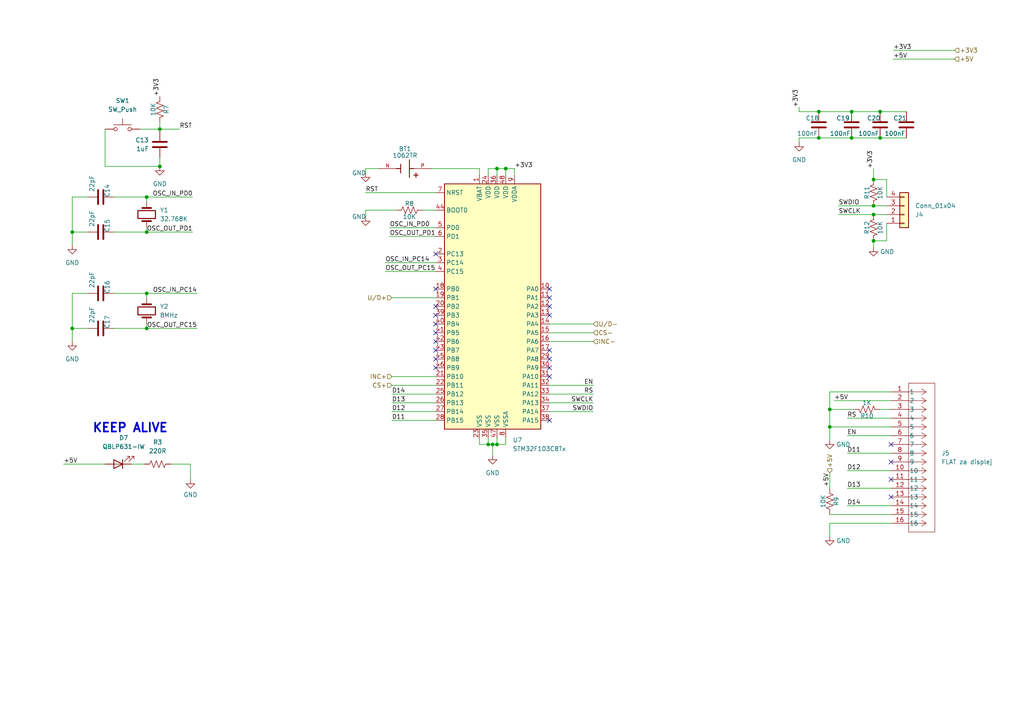
<source format=kicad_sch>
(kicad_sch (version 20250114) (generator "eeschema") (generator_version "9.0")
  (paper "A4")
  (title_block (title "Dvostrano napajanje sa potenciometrom X9C103S") (date "2025-06-25") (rev "1.0") (comment 2 "Nikola Ilić i Mihajlo Ristić"))
  (lib_symbols
    (symbol "1062TR:1062TR" (pin_names (offset 1.016))
      (property "Reference" "BT" (at -3.81 3.81 0))
      (property "Value" "1062TR" (at -3.81 -5.08 0))
      (symbol "1062TR_0_0"
        (polyline (pts (xy -3.81 1.905) (xy -2.54 1.905)) (stroke (width 0.254)))
        (polyline (pts (xy -3.175 2.54) (xy -3.175 1.27)) (stroke (width 0.254)))
        (polyline (pts (xy -1.27 2.54) (xy -1.27 0)) (stroke (width 0.254)))
        (polyline (pts (xy -1.27 0) (xy -2.54 0)) (stroke (width 0.254)))
        (polyline (pts (xy -1.27 0) (xy -1.27 -2.54)) (stroke (width 0.254)))
        (polyline (pts (xy 1.27 1.27) (xy 1.27 0)) (stroke (width 0.254)))
        (polyline (pts (xy 1.27 0) (xy 1.27 -1.27)) (stroke (width 0.254)))
        (polyline (pts (xy 1.27 0) (xy 2.54 0)) (stroke (width 0.254)))
        (pin passive line (at -7.62 0 0) (length 5.08) (name "~") (number "P"))
        (pin passive line (at 7.62 0 180) (length 5.08) (name "~") (number "N"))
      )
    )
    (symbol "2025-07-21_15-39-02:XG4A-1631" (pin_names (offset 0.254))
      (property "Reference" "J" (at 8.89 6.35 0))
      (property "Value" "XG4A-1631" (at 0 0 0))
      (symbol "XG4A-1631_0_1"
        (polyline (pts (xy 5.08 2.54) (xy 5.08 -40.64)) (stroke (width 0.127)))
        (polyline (pts (xy 5.08 -40.64) (xy 12.7 -40.64)) (stroke (width 0.127)))
        (polyline (pts (xy 10.16 0) (xy 5.08 0)) (stroke (width 0.127)))
        (polyline (pts (xy 10.16 0) (xy 8.89 0.8467)) (stroke (width 0.127)))
        (polyline (pts (xy 10.16 0) (xy 8.89 -0.8467)) (stroke (width 0.127)))
        (polyline (pts (xy 10.16 -2.54) (xy 5.08 -2.54)) (stroke (width 0.127)))
        (polyline (pts (xy 10.16 -2.54) (xy 8.89 -1.6933)) (stroke (width 0.127)))
        (polyline (pts (xy 10.16 -2.54) (xy 8.89 -3.3867)) (stroke (width 0.127)))
        (polyline (pts (xy 10.16 -5.08) (xy 5.08 -5.08)) (stroke (width 0.127)))
        (polyline (pts (xy 10.16 -5.08) (xy 8.89 -4.2333)) (stroke (width 0.127)))
        (polyline (pts (xy 10.16 -5.08) (xy 8.89 -5.9267)) (stroke (width 0.127)))
        (polyline (pts (xy 10.16 -7.62) (xy 5.08 -7.62)) (stroke (width 0.127)))
        (polyline (pts (xy 10.16 -7.62) (xy 8.89 -6.7733)) (stroke (width 0.127)))
        (polyline (pts (xy 10.16 -7.62) (xy 8.89 -8.4667)) (stroke (width 0.127)))
        (polyline (pts (xy 10.16 -10.16) (xy 5.08 -10.16)) (stroke (width 0.127)))
        (polyline (pts (xy 10.16 -10.16) (xy 8.89 -9.3133)) (stroke (width 0.127)))
        (polyline (pts (xy 10.16 -10.16) (xy 8.89 -11.0067)) (stroke (width 0.127)))
        (polyline (pts (xy 10.16 -12.7) (xy 5.08 -12.7)) (stroke (width 0.127)))
        (polyline (pts (xy 10.16 -12.7) (xy 8.89 -11.8533)) (stroke (width 0.127)))
        (polyline (pts (xy 10.16 -12.7) (xy 8.89 -13.5467)) (stroke (width 0.127)))
        (polyline (pts (xy 10.16 -15.24) (xy 5.08 -15.24)) (stroke (width 0.127)))
        (polyline (pts (xy 10.16 -15.24) (xy 8.89 -14.3933)) (stroke (width 0.127)))
        (polyline (pts (xy 10.16 -15.24) (xy 8.89 -16.0867)) (stroke (width 0.127)))
        (polyline (pts (xy 10.16 -17.78) (xy 5.08 -17.78)) (stroke (width 0.127)))
        (polyline (pts (xy 10.16 -17.78) (xy 8.89 -16.9333)) (stroke (width 0.127)))
        (polyline (pts (xy 10.16 -17.78) (xy 8.89 -18.6267)) (stroke (width 0.127)))
        (polyline (pts (xy 10.16 -20.32) (xy 5.08 -20.32)) (stroke (width 0.127)))
        (polyline (pts (xy 10.16 -20.32) (xy 8.89 -19.4733)) (stroke (width 0.127)))
        (polyline (pts (xy 10.16 -20.32) (xy 8.89 -21.1667)) (stroke (width 0.127)))
        (polyline (pts (xy 10.16 -22.86) (xy 5.08 -22.86)) (stroke (width 0.127)))
        (polyline (pts (xy 10.16 -22.86) (xy 8.89 -22.0133)) (stroke (width 0.127)))
        (polyline (pts (xy 10.16 -22.86) (xy 8.89 -23.7067)) (stroke (width 0.127)))
        (polyline (pts (xy 10.16 -25.4) (xy 5.08 -25.4)) (stroke (width 0.127)))
        (polyline (pts (xy 10.16 -25.4) (xy 8.89 -24.5533)) (stroke (width 0.127)))
        (polyline (pts (xy 10.16 -25.4) (xy 8.89 -26.2467)) (stroke (width 0.127)))
        (polyline (pts (xy 10.16 -27.94) (xy 5.08 -27.94)) (stroke (width 0.127)))
        (polyline (pts (xy 10.16 -27.94) (xy 8.89 -27.0933)) (stroke (width 0.127)))
        (polyline (pts (xy 10.16 -27.94) (xy 8.89 -28.7867)) (stroke (width 0.127)))
        (polyline (pts (xy 10.16 -30.48) (xy 5.08 -30.48)) (stroke (width 0.127)))
        (polyline (pts (xy 10.16 -30.48) (xy 8.89 -29.6333)) (stroke (width 0.127)))
        (polyline (pts (xy 10.16 -30.48) (xy 8.89 -31.3267)) (stroke (width 0.127)))
        (polyline (pts (xy 10.16 -33.02) (xy 5.08 -33.02)) (stroke (width 0.127)))
        (polyline (pts (xy 10.16 -33.02) (xy 8.89 -32.1733)) (stroke (width 0.127)))
        (polyline (pts (xy 10.16 -33.02) (xy 8.89 -33.8667)) (stroke (width 0.127)))
        (polyline (pts (xy 10.16 -35.56) (xy 5.08 -35.56)) (stroke (width 0.127)))
        (polyline (pts (xy 10.16 -35.56) (xy 8.89 -34.7133)) (stroke (width 0.127)))
        (polyline (pts (xy 10.16 -35.56) (xy 8.89 -36.4067)) (stroke (width 0.127)))
        (polyline (pts (xy 10.16 -38.1) (xy 5.08 -38.1)) (stroke (width 0.127)))
        (polyline (pts (xy 10.16 -38.1) (xy 8.89 -37.2533)) (stroke (width 0.127)))
        (polyline (pts (xy 10.16 -38.1) (xy 8.89 -38.9467)) (stroke (width 0.127)))
        (polyline (pts (xy 12.7 2.54) (xy 5.08 2.54)) (stroke (width 0.127)))
        (polyline (pts (xy 12.7 -40.64) (xy 12.7 2.54)) (stroke (width 0.127)))
        (pin unspecified line (at 0 0 0) (length 5.08) (name "1") (number "1"))
        (pin unspecified line (at 0 -2.54 0) (length 5.08) (name "2") (number "2"))
        (pin unspecified line (at 0 -5.08 0) (length 5.08) (name "3") (number "3"))
        (pin unspecified line (at 0 -7.62 0) (length 5.08) (name "4") (number "4"))
        (pin unspecified line (at 0 -10.16 0) (length 5.08) (name "5") (number "5"))
        (pin unspecified line (at 0 -12.7 0) (length 5.08) (name "6") (number "6"))
        (pin unspecified line (at 0 -15.24 0) (length 5.08) (name "7") (number "7"))
        (pin unspecified line (at 0 -17.78 0) (length 5.08) (name "8") (number "8"))
        (pin unspecified line (at 0 -20.32 0) (length 5.08) (name "9") (number "9"))
        (pin unspecified line (at 0 -22.86 0) (length 5.08) (name "10") (number "10"))
        (pin unspecified line (at 0 -25.4 0) (length 5.08) (name "11") (number "11"))
        (pin unspecified line (at 0 -27.94 0) (length 5.08) (name "12") (number "12"))
        (pin unspecified line (at 0 -30.48 0) (length 5.08) (name "13") (number "13"))
        (pin unspecified line (at 0 -33.02 0) (length 5.08) (name "14") (number "14"))
        (pin unspecified line (at 0 -35.56 0) (length 5.08) (name "15") (number "15"))
        (pin unspecified line (at 0 -38.1 0) (length 5.08) (name "16") (number "16"))
      )
    )
    (symbol "Connector_Generic:Conn_01x04" (pin_names (offset 1.016) (hide yes))
      (property "Reference" "J" (at 0 5.08 0))
      (property "Value" "Conn_01x04" (at 0 -7.62 0))
      (symbol "Conn_01x04_1_1"
        (rectangle (start -1.27 3.81) (end 1.27 -6.35) (stroke (width 0.254)) (fill (type background)))
        (rectangle (start -1.27 2.667) (end 0 2.413) (stroke (width 0.1524)))
        (rectangle (start -1.27 0.127) (end 0 -0.127) (stroke (width 0.1524)))
        (rectangle (start -1.27 -2.413) (end 0 -2.667) (stroke (width 0.1524)))
        (rectangle (start -1.27 -4.953) (end 0 -5.207) (stroke (width 0.1524)))
        (pin passive line (at -5.08 2.54 0) (length 3.81) (name "Pin_1") (number "1"))
        (pin passive line (at -5.08 0 0) (length 3.81) (name "Pin_2") (number "2"))
        (pin passive line (at -5.08 -2.54 0) (length 3.81) (name "Pin_3") (number "3"))
        (pin passive line (at -5.08 -5.08 0) (length 3.81) (name "Pin_4") (number "4"))
      )
    )
    (symbol "Device:C" (pin_numbers (hide yes)) (pin_names (offset 0.254))
      (property "Reference" "C" (at 0.635 2.54 0))
      (property "Value" "C" (at 0.635 -2.54 0))
      (symbol "C_0_1"
        (polyline (pts (xy -2.032 0.762) (xy 2.032 0.762)) (stroke (width 0.508)))
        (polyline (pts (xy -2.032 -0.762) (xy 2.032 -0.762)) (stroke (width 0.508)))
      )
      (symbol "C_1_1"
        (pin passive line (at 0 3.81 270) (length 2.794) (name "~") (number "1"))
        (pin passive line (at 0 -3.81 90) (length 2.794) (name "~") (number "2"))
      )
    )
    (symbol "Device:Crystal" (pin_numbers (hide yes)) (pin_names (offset 1.016) (hide yes))
      (property "Reference" "Y" (at 0 3.81 0))
      (property "Value" "Crystal" (at 0 -3.81 0))
      (symbol "Crystal_0_1"
        (polyline (pts (xy -2.54 0) (xy -1.905 0)))
        (polyline (pts (xy -1.905 -1.27) (xy -1.905 1.27)) (stroke (width 0.508)))
        (rectangle (start -1.143 2.54) (end 1.143 -2.54) (stroke (width 0.3048)))
        (polyline (pts (xy 1.905 -1.27) (xy 1.905 1.27)) (stroke (width 0.508)))
        (polyline (pts (xy 2.54 0) (xy 1.905 0)))
      )
      (symbol "Crystal_1_1"
        (pin passive line (at -3.81 0 0) (length 1.27) (name "1") (number "1"))
        (pin passive line (at 3.81 0 180) (length 1.27) (name "2") (number "2"))
      )
    )
    (symbol "Device:LED" (pin_numbers (hide yes)) (pin_names (offset 1.016) (hide yes))
      (property "Reference" "D" (at 0 2.54 0))
      (property "Value" "LED" (at 0 -2.54 0))
      (symbol "LED_0_1"
        (polyline (pts (xy -3.048 -0.762) (xy -4.572 -2.286) (xy -3.81 -2.286) (xy -4.572 -2.286) (xy -4.572 -1.524)))
        (polyline (pts (xy -1.778 -0.762) (xy -3.302 -2.286) (xy -2.54 -2.286) (xy -3.302 -2.286) (xy -3.302 -1.524)))
        (polyline (pts (xy -1.27 0) (xy 1.27 0)))
        (polyline (pts (xy -1.27 -1.27) (xy -1.27 1.27)) (stroke (width 0.254)))
        (polyline (pts (xy 1.27 -1.27) (xy 1.27 1.27) (xy -1.27 0) (xy 1.27 -1.27)) (stroke (width 0.254)))
      )
      (symbol "LED_1_1"
        (pin passive line (at -3.81 0 0) (length 2.54) (name "K") (number "1"))
        (pin passive line (at 3.81 0 180) (length 2.54) (name "A") (number "2"))
      )
    )
    (symbol "Device:R_US" (pin_numbers (hide yes)) (pin_names (offset 0))
      (property "Reference" "R" (at 2.54 0 90))
      (property "Value" "R_US" (at -2.54 0 90))
      (symbol "R_US_0_1"
        (polyline (pts (xy 0 2.286) (xy 0 2.54)))
        (polyline (pts (xy 0 2.286) (xy 1.016 1.905) (xy 0 1.524) (xy -1.016 1.143) (xy 0 0.762)))
        (polyline (pts (xy 0 0.762) (xy 1.016 0.381) (xy 0 0) (xy -1.016 -0.381) (xy 0 -0.762)))
        (polyline (pts (xy 0 -0.762) (xy 1.016 -1.143) (xy 0 -1.524) (xy -1.016 -1.905) (xy 0 -2.286)))
        (polyline (pts (xy 0 -2.286) (xy 0 -2.54)))
      )
      (symbol "R_US_1_1"
        (pin passive line (at 0 3.81 270) (length 1.27) (name "~") (number "1"))
        (pin passive line (at 0 -3.81 90) (length 1.27) (name "~") (number "2"))
      )
    )
    (symbol "MCU_ST_STM32F1:STM32F103C8Tx"
      (property "Reference" "U" (at -15.24 36.83 0))
      (property "Value" "STM32F103C8Tx" (at 7.62 36.83 0))
      (symbol "STM32F103C8Tx_0_1"
        (rectangle (start -15.24 -35.56) (end 12.7 35.56) (stroke (width 0.254)) (fill (type background)))
      )
      (symbol "STM32F103C8Tx_1_1"
        (pin input line (at -17.78 33.02 0) (length 2.54) (name "NRST") (number "7"))
        (pin input line (at -17.78 27.94 0) (length 2.54) (name "BOOT0") (number "44"))
        (pin input line (at -17.78 22.86 0) (length 2.54) (name "PD0") (number "5"))
        (pin input line (at -17.78 20.32 0) (length 2.54) (name "PD1") (number "6"))
        (pin bidirectional line (at -17.78 15.24 0) (length 2.54) (name "PC13") (number "2"))
        (pin bidirectional line (at -17.78 12.7 0) (length 2.54) (name "PC14") (number "3"))
        (pin bidirectional line (at -17.78 10.16 0) (length 2.54) (name "PC15") (number "4"))
        (pin bidirectional line (at -17.78 5.08 0) (length 2.54) (name "PB0") (number "18"))
        (pin bidirectional line (at -17.78 2.54 0) (length 2.54) (name "PB1") (number "19"))
        (pin bidirectional line (at -17.78 0 0) (length 2.54) (name "PB2") (number "20"))
        (pin bidirectional line (at -17.78 -2.54 0) (length 2.54) (name "PB3") (number "39"))
        (pin bidirectional line (at -17.78 -5.08 0) (length 2.54) (name "PB4") (number "40"))
        (pin bidirectional line (at -17.78 -7.62 0) (length 2.54) (name "PB5") (number "41"))
        (pin bidirectional line (at -17.78 -10.16 0) (length 2.54) (name "PB6") (number "42"))
        (pin bidirectional line (at -17.78 -12.7 0) (length 2.54) (name "PB7") (number "43"))
        (pin bidirectional line (at -17.78 -15.24 0) (length 2.54) (name "PB8") (number "45"))
        (pin bidirectional line (at -17.78 -17.78 0) (length 2.54) (name "PB9") (number "46"))
        (pin bidirectional line (at -17.78 -20.32 0) (length 2.54) (name "PB10") (number "21"))
        (pin bidirectional line (at -17.78 -22.86 0) (length 2.54) (name "PB11") (number "22"))
        (pin bidirectional line (at -17.78 -25.4 0) (length 2.54) (name "PB12") (number "25"))
        (pin bidirectional line (at -17.78 -27.94 0) (length 2.54) (name "PB13") (number "26"))
        (pin bidirectional line (at -17.78 -30.48 0) (length 2.54) (name "PB14") (number "27"))
        (pin bidirectional line (at -17.78 -33.02 0) (length 2.54) (name "PB15") (number "28"))
        (pin power_in line (at -5.08 38.1 270) (length 2.54) (name "VBAT") (number "1"))
        (pin power_in line (at -5.08 -38.1 90) (length 2.54) (name "VSS") (number "23"))
        (pin power_in line (at -2.54 38.1 270) (length 2.54) (name "VDD") (number "24"))
        (pin power_in line (at -2.54 -38.1 90) (length 2.54) (name "VSS") (number "35"))
        (pin power_in line (at 0 38.1 270) (length 2.54) (name "VDD") (number "36"))
        (pin power_in line (at 0 -38.1 90) (length 2.54) (name "VSS") (number "47"))
        (pin power_in line (at 2.54 38.1 270) (length 2.54) (name "VDD") (number "48"))
        (pin power_in line (at 2.54 -38.1 90) (length 2.54) (name "VSSA") (number "8"))
        (pin power_in line (at 5.08 38.1 270) (length 2.54) (name "VDDA") (number "9"))
        (pin bidirectional line (at 15.24 5.08 180) (length 2.54) (name "PA0") (number "10"))
        (pin bidirectional line (at 15.24 2.54 180) (length 2.54) (name "PA1") (number "11"))
        (pin bidirectional line (at 15.24 0 180) (length 2.54) (name "PA2") (number "12"))
        (pin bidirectional line (at 15.24 -2.54 180) (length 2.54) (name "PA3") (number "13"))
        (pin bidirectional line (at 15.24 -5.08 180) (length 2.54) (name "PA4") (number "14"))
        (pin bidirectional line (at 15.24 -7.62 180) (length 2.54) (name "PA5") (number "15"))
        (pin bidirectional line (at 15.24 -10.16 180) (length 2.54) (name "PA6") (number "16"))
        (pin bidirectional line (at 15.24 -12.7 180) (length 2.54) (name "PA7") (number "17"))
        (pin bidirectional line (at 15.24 -15.24 180) (length 2.54) (name "PA8") (number "29"))
        (pin bidirectional line (at 15.24 -17.78 180) (length 2.54) (name "PA9") (number "30"))
        (pin bidirectional line (at 15.24 -20.32 180) (length 2.54) (name "PA10") (number "31"))
        (pin bidirectional line (at 15.24 -22.86 180) (length 2.54) (name "PA11") (number "32"))
        (pin bidirectional line (at 15.24 -25.4 180) (length 2.54) (name "PA12") (number "33"))
        (pin bidirectional line (at 15.24 -27.94 180) (length 2.54) (name "PA13") (number "34"))
        (pin bidirectional line (at 15.24 -30.48 180) (length 2.54) (name "PA14") (number "37"))
        (pin bidirectional line (at 15.24 -33.02 180) (length 2.54) (name "PA15") (number "38"))
      )
    )
    (symbol "Switch:SW_Push" (pin_numbers (hide yes)) (pin_names (offset 1.016) (hide yes))
      (property "Reference" "SW" (at 1.27 2.54 0))
      (property "Value" "SW_Push" (at 0 -1.524 0))
      (symbol "SW_Push_0_1"
        (circle (center -2.032 0) (radius 0.508))
        (polyline (pts (xy 0 1.27) (xy 0 3.048)))
        (circle (center 2.032 0) (radius 0.508))
        (polyline (pts (xy 2.54 1.27) (xy -2.54 1.27)))
        (pin passive line (at -5.08 0 0) (length 2.54) (name "1") (number "1"))
        (pin passive line (at 5.08 0 180) (length 2.54) (name "2") (number "2"))
      )
    )
    (symbol "power:GND" (power) (pin_names (offset 0))
      (property "Value" "GND" (at 0 -3.81 0))
      (symbol "GND_0_1"
        (polyline (pts (xy 0 0) (xy 0 -1.27) (xy 1.27 -1.27) (xy 0 -2.54) (xy -1.27 -1.27) (xy 0 -1.27)))
      )
      (symbol "GND_1_1"
        (pin power_in line (at 0 0 270) (length 0) (hide yes) (name "GND") (number "1"))
      )
    )
  )
  (text "KEEP ALIVE" (at 26.67 125.73 0) (effects (font (size 2.54 2.54) (bold yes)) (justify left bottom)))
  (junction (at 42.545 95.25))
  (junction (at 253.365 52.07))
  (junction (at 237.49 32.385))
  (junction (at 46.355 48.26))
  (junction (at 255.27 32.385))
  (junction (at 42.545 85.09))
  (junction (at 253.365 59.69))
  (junction (at 237.49 40.005))
  (junction (at 142.875 128.905))
  (junction (at 46.355 37.465))
  (junction (at 144.145 128.905))
  (junction (at 247.015 40.005))
  (junction (at 20.955 95.25))
  (junction (at 240.665 118.745))
  (junction (at 144.145 48.895))
  (junction (at 146.685 48.895))
  (junction (at 42.545 57.15))
  (junction (at 240.665 123.825))
  (junction (at 255.27 40.005))
  (junction (at 247.015 32.385))
  (junction (at 253.365 69.85))
  (junction (at 42.545 67.31))
  (junction (at 141.605 128.905))
  (junction (at 20.955 67.31))
  (junction (at 253.365 62.23))
  (no_connect (at 159.385 91.44))
  (no_connect (at 126.365 96.52))
  (no_connect (at 126.365 106.68))
  (no_connect (at 258.445 133.985))
  (no_connect (at 159.385 83.82))
  (no_connect (at 126.365 104.14))
  (no_connect (at 126.365 101.6))
  (no_connect (at 126.365 93.98))
  (no_connect (at 126.365 73.66))
  (no_connect (at 258.445 128.905))
  (no_connect (at 126.365 83.82))
  (no_connect (at 258.445 139.065))
  (no_connect (at 126.365 88.9))
  (no_connect (at 159.385 104.14))
  (no_connect (at 159.385 88.9))
  (no_connect (at 159.385 109.22))
  (no_connect (at 126.365 91.44))
  (no_connect (at 159.385 106.68))
  (no_connect (at 258.445 144.145))
  (no_connect (at 159.385 86.36))
  (no_connect (at 159.385 121.92))
  (no_connect (at 159.385 101.6))
  (no_connect (at 126.365 99.06))
  (wire (pts (xy 42.545 85.09) (xy 57.15 85.09)))
  (wire (pts (xy 247.65 118.745) (xy 240.665 118.745)))
  (wire (pts (xy 245.745 121.285) (xy 258.445 121.285)))
  (wire (pts (xy 106.045 48.895) (xy 109.855 48.895)))
  (wire (pts (xy 113.665 86.36) (xy 126.365 86.36)))
  (wire (pts (xy 259.08 14.605) (xy 276.86 14.605)))
  (wire (pts (xy 38.1 134.62) (xy 41.91 134.62)))
  (wire (pts (xy 231.775 31.115) (xy 231.775 32.385)))
  (wire (pts (xy 46.355 37.465) (xy 46.355 38.1)))
  (wire (pts (xy 141.605 48.895) (xy 144.145 48.895)))
  (wire (pts (xy 237.49 32.385) (xy 247.015 32.385)))
  (wire (pts (xy 253.365 71.755) (xy 253.365 69.85)))
  (wire (pts (xy 139.065 128.905) (xy 141.605 128.905)))
  (wire (pts (xy 141.605 50.8) (xy 141.605 48.895)))
  (wire (pts (xy 114.935 60.96) (xy 106.045 60.96)))
  (wire (pts (xy 237.49 40.005) (xy 231.775 40.005)))
  (wire (pts (xy 253.365 59.69) (xy 257.175 59.69)))
  (wire (pts (xy 113.665 109.22) (xy 126.365 109.22)))
  (wire (pts (xy 258.445 126.365) (xy 245.745 126.365)))
  (wire (pts (xy 257.175 64.77) (xy 257.175 69.85)))
  (wire (pts (xy 126.365 68.58) (xy 113.03 68.58)))
  (wire (pts (xy 55.245 134.62) (xy 55.245 139.065)))
  (wire (pts (xy 139.065 48.895) (xy 139.065 50.8)))
  (wire (pts (xy 255.27 32.385) (xy 262.89 32.385)))
  (wire (pts (xy 126.365 78.74) (xy 111.76 78.74)))
  (wire (pts (xy 40.64 37.465) (xy 46.355 37.465)))
  (wire (pts (xy 42.545 67.31) (xy 42.545 66.04)))
  (wire (pts (xy 49.53 134.62) (xy 55.245 134.62)))
  (wire (pts (xy 258.445 141.605) (xy 245.745 141.605)))
  (wire (pts (xy 240.665 113.665) (xy 240.665 118.745)))
  (wire (pts (xy 144.145 127) (xy 144.145 128.905)))
  (wire (pts (xy 159.385 111.76) (xy 172.085 111.76)))
  (wire (pts (xy 25.4 85.09) (xy 20.955 85.09)))
  (wire (pts (xy 125.095 48.895) (xy 139.065 48.895)))
  (wire (pts (xy 146.685 48.895) (xy 146.685 50.8)))
  (wire (pts (xy 30.48 37.465) (xy 30.48 48.26)))
  (wire (pts (xy 52.07 37.465) (xy 46.355 37.465)))
  (wire (pts (xy 144.145 48.895) (xy 144.145 50.8)))
  (wire (pts (xy 159.385 114.3) (xy 172.085 114.3)))
  (wire (pts (xy 126.365 76.2) (xy 111.76 76.2)))
  (wire (pts (xy 20.955 95.25) (xy 25.4 95.25)))
  (wire (pts (xy 18.415 134.62) (xy 30.48 134.62)))
  (wire (pts (xy 159.385 96.52) (xy 172.085 96.52)))
  (wire (pts (xy 159.385 99.06) (xy 172.085 99.06)))
  (wire (pts (xy 146.685 128.905) (xy 146.685 127)))
  (wire (pts (xy 106.045 55.88) (xy 126.365 55.88)))
  (wire (pts (xy 258.445 123.825) (xy 240.665 123.825)))
  (wire (pts (xy 126.365 116.84) (xy 113.665 116.84)))
  (wire (pts (xy 240.665 123.825) (xy 240.665 127.635)))
  (wire (pts (xy 258.445 136.525) (xy 245.745 136.525)))
  (wire (pts (xy 42.545 58.42) (xy 42.545 57.15)))
  (wire (pts (xy 144.145 48.895) (xy 146.685 48.895)))
  (wire (pts (xy 20.955 57.15) (xy 20.955 67.31)))
  (wire (pts (xy 245.745 131.445) (xy 258.445 131.445)))
  (wire (pts (xy 33.02 67.31) (xy 42.545 67.31)))
  (wire (pts (xy 139.065 127) (xy 139.065 128.905)))
  (wire (pts (xy 253.365 52.07) (xy 253.365 48.895)))
  (wire (pts (xy 231.775 40.005) (xy 231.775 41.275)))
  (wire (pts (xy 259.08 17.145) (xy 276.86 17.145)))
  (wire (pts (xy 258.445 116.205) (xy 241.935 116.205)))
  (wire (pts (xy 255.27 40.005) (xy 262.89 40.005)))
  (wire (pts (xy 142.875 128.905) (xy 144.145 128.905)))
  (wire (pts (xy 142.875 128.905) (xy 142.875 132.08)))
  (wire (pts (xy 20.955 85.09) (xy 20.955 95.25)))
  (wire (pts (xy 141.605 127) (xy 141.605 128.905)))
  (wire (pts (xy 113.03 66.04) (xy 126.365 66.04)))
  (wire (pts (xy 240.665 151.765) (xy 258.445 151.765)))
  (wire (pts (xy 243.205 59.69) (xy 253.365 59.69)))
  (wire (pts (xy 159.385 93.98) (xy 172.085 93.98)))
  (wire (pts (xy 42.545 57.15) (xy 55.88 57.15)))
  (wire (pts (xy 46.355 35.56) (xy 46.355 37.465)))
  (wire (pts (xy 20.955 67.31) (xy 25.4 67.31)))
  (wire (pts (xy 257.175 57.15) (xy 257.175 52.07)))
  (wire (pts (xy 240.665 151.765) (xy 240.665 155.575)))
  (wire (pts (xy 46.355 45.72) (xy 46.355 48.26)))
  (wire (pts (xy 106.045 48.895) (xy 106.045 50.165)))
  (wire (pts (xy 243.205 62.23) (xy 253.365 62.23)))
  (wire (pts (xy 237.49 32.385) (xy 231.775 32.385)))
  (wire (pts (xy 20.955 67.31) (xy 20.955 71.12)))
  (wire (pts (xy 253.365 62.23) (xy 257.175 62.23)))
  (wire (pts (xy 42.545 86.36) (xy 42.545 85.09)))
  (wire (pts (xy 146.685 48.895) (xy 149.225 48.895)))
  (wire (pts (xy 240.665 137.16) (xy 240.665 141.605)))
  (wire (pts (xy 159.385 119.38) (xy 172.085 119.38)))
  (wire (pts (xy 237.49 40.005) (xy 247.015 40.005)))
  (wire (pts (xy 149.225 48.895) (xy 149.225 50.8)))
  (wire (pts (xy 126.365 114.3) (xy 113.665 114.3)))
  (wire (pts (xy 126.365 121.92) (xy 113.665 121.92)))
  (wire (pts (xy 258.445 118.745) (xy 255.27 118.745)))
  (wire (pts (xy 113.665 111.76) (xy 126.365 111.76)))
  (wire (pts (xy 257.175 52.07) (xy 253.365 52.07)))
  (wire (pts (xy 25.4 57.15) (xy 20.955 57.15)))
  (wire (pts (xy 30.48 48.26) (xy 46.355 48.26)))
  (wire (pts (xy 247.015 32.385) (xy 255.27 32.385)))
  (wire (pts (xy 42.545 57.15) (xy 33.02 57.15)))
  (wire (pts (xy 126.365 119.38) (xy 113.665 119.38)))
  (wire (pts (xy 247.015 40.005) (xy 255.27 40.005)))
  (wire (pts (xy 20.955 95.25) (xy 20.955 99.06)))
  (wire (pts (xy 258.445 149.225) (xy 240.665 149.225)))
  (wire (pts (xy 42.545 95.25) (xy 42.545 93.98)))
  (wire (pts (xy 42.545 67.31) (xy 55.88 67.31)))
  (wire (pts (xy 240.665 118.745) (xy 240.665 123.825)))
  (wire (pts (xy 253.365 69.85) (xy 257.175 69.85)))
  (wire (pts (xy 141.605 128.905) (xy 142.875 128.905)))
  (wire (pts (xy 144.145 128.905) (xy 146.685 128.905)))
  (wire (pts (xy 106.045 60.96) (xy 106.045 62.865)))
  (wire (pts (xy 258.445 146.685) (xy 245.745 146.685)))
  (wire (pts (xy 122.555 60.96) (xy 126.365 60.96)))
  (wire (pts (xy 33.02 95.25) (xy 42.545 95.25)))
  (wire (pts (xy 42.545 85.09) (xy 33.02 85.09)))
  (wire (pts (xy 42.545 95.25) (xy 57.15 95.25)))
  (wire (pts (xy 159.385 116.84) (xy 172.085 116.84)))
  (wire (pts (xy 258.445 113.665) (xy 240.665 113.665)))
  (label "OSC_OUT_PC15" (at 111.76 78.74 0))
  (label "RS" (at 172.085 114.3 180))
  (label "D11" (at 245.745 131.445 0))
  (label "OSC_IN_PC14" (at 57.15 85.09 180))
  (label "+5V" (at 240.665 137.16 270))
  (label "+5V" (at 259.08 17.145 0))
  (label "RST" (at 52.07 37.465 0))
  (label "+3V3" (at 231.775 31.115 90))
  (label "RST" (at 106.045 55.88 0))
  (label "OSC_OUT_PD1" (at 55.88 67.31 180))
  (label "D13" (at 113.665 116.84 0))
  (label "+5V" (at 18.415 134.62 0))
  (label "D12" (at 245.745 136.525 0))
  (label "+3V3" (at 149.225 48.895 0))
  (label "D14" (at 245.745 146.685 0))
  (label "OSC_IN_PC14" (at 111.76 76.2 0))
  (label "SWCLK" (at 243.205 62.23 0))
  (label "D14" (at 113.665 114.3 0))
  (label "EN" (at 245.745 126.365 0))
  (label "SWDIO" (at 172.085 119.38 180))
  (label "SWCLK" (at 172.085 116.84 180))
  (label "D12" (at 113.665 119.38 0))
  (label "D13" (at 245.745 141.605 0))
  (label "+3V3" (at 259.08 14.605 0))
  (label "OSC_IN_PD0" (at 113.03 66.04 0))
  (label "OSC_OUT_PC15" (at 57.15 95.25 180))
  (label "+3V3" (at 46.355 27.94 90))
  (label "+5V" (at 241.935 116.205 0))
  (label "D11" (at 113.665 121.92 0))
  (label "+3V3" (at 253.365 48.895 90))
  (label "OSC_OUT_PD1" (at 113.03 68.58 0))
  (label "OSC_IN_PD0" (at 55.88 57.15 180))
  (label "EN" (at 172.085 111.76 180))
  (label "SWDIO" (at 243.205 59.69 0))
  (label "RS" (at 245.745 121.285 0))
  (hierarchical_label "+5V" (shape input) (at 240.665 137.16 90))
  (hierarchical_label "CS-" (shape input) (at 172.085 96.52 0))
  (hierarchical_label "+5V" (shape input) (at 276.86 17.145 0))
  (hierarchical_label "INC-" (shape input) (at 172.085 99.06 0))
  (hierarchical_label "U{slash}D+" (shape input) (at 113.665 86.36 180))
  (hierarchical_label "+3V3" (shape input) (at 276.86 14.605 0))
  (hierarchical_label "INC+" (shape input) (at 113.665 109.22 180))
  (hierarchical_label "CS+" (shape input) (at 113.665 111.76 180))
  (hierarchical_label "U{slash}D-" (shape input) (at 172.085 93.98 0))
  (symbol (lib_id "Device:R_US") (at 46.355 31.75 0) (mirror x) (unit 1)
    (property "Reference" "R7" (at 48.26 31.75 90))
    (property "Value" "10K" (at 44.45 31.75 90))
    (property "Footprint" "Resistor_SMD:R_0805_2012Metric" (effects (hide yes)))
  )
  (symbol (lib_id "Device:R_US") (at 240.665 145.415 0) (unit 1)
    (property "Reference" "R9" (at 242.57 145.415 90))
    (property "Value" "10K" (at 238.76 145.415 90))
    (property "Footprint" "Resistor_SMD:R_0805_2012Metric" (effects (hide yes)))
  )
  (symbol (lib_id "power:GND") (at 231.775 41.275 0) (unit 1)
    (property "Reference" "#PWR027" (effects (hide yes)))
    (property "Value" "GND" (at 231.775 46.355 0))
  )
  (symbol (lib_id "1062TR:1062TR") (at 117.475 48.895 180) (unit 1)
    (property "Reference" "BT1" (at 117.475 43.18 0))
    (property "Value" "1062TR" (at 117.475 45.085 0))
    (property "Footprint" "battery holder:BAT_1062TR" (effects (hide yes)))
    (property "MF" "Keystone Electronics" (effects (hide yes)))
    (property "MAXIMUM_PACKAGE_HEIGHT" "7.37mm" (effects (hide yes)))
    (property "Package" "None" (effects (hide yes)))
    (property "Price" "None" (effects (hide yes)))
    (property "Check_prices" "https://www.snapeda.com/parts/1062TR/Keystone/view-part/?ref=eda" (effects (hide yes)))
    (property "STANDARD" "Manufacturer Recommendations" (effects (hide yes)))
    (property "PARTREV" "F" (effects (hide yes)))
    (property "SnapEDA_Link" "https://www.snapeda.com/parts/1062TR/Keystone/view-part/?ref=snap" (effects (hide yes)))
    (property "MP" "1062TR" (effects (hide yes)))
    (property "Description" "\n                        \n                            Batter Holder; SMT; HD; For 20mm Cell; Tin-Nickel Plated | Keystone Electronics 1062TR\n                        \n" (effects (hide yes)))
    (property "MANUFACTURER" "Keystone" (effects (hide yes)))
    (property "Availability" "In Stock" (effects (hide yes)))
    (property "SNAPEDA_PN" "1061" (effects (hide yes)))
  )
  (symbol (lib_id "power:GND") (at 253.365 71.755 0) (mirror y) (unit 1)
    (property "Reference" "#PWR030" (effects (hide yes)))
    (property "Value" "GND" (at 255.27 73.0251 0) (effects (justify right)))
  )
  (symbol (lib_id "Device:R_US") (at 253.365 66.04 0) (mirror y) (unit 1)
    (property "Reference" "R12" (at 251.46 66.04 90))
    (property "Value" "10K" (at 255.27 66.04 90))
    (property "Footprint" "Resistor_SMD:R_0805_2012Metric" (effects (hide yes)))
  )
  (symbol (lib_id "Device:Crystal") (at 42.545 62.23 90) (unit 1)
    (property "Reference" "Y1" (at 46.355 60.9599 90) (effects (justify right)))
    (property "Value" "32.768K" (at 46.355 63.4999 90) (effects (justify right)))
    (property "Footprint" "Crystal:Crystal_C26-LF_D2.1mm_L6.5mm_Vertical" (effects (hide yes)))
  )
  (symbol (lib_id "power:GND") (at 46.355 48.26 0) (mirror y) (unit 1)
    (property "Reference" "#PWR021" (effects (hide yes)))
    (property "Value" "GND" (at 46.355 53.34 0))
  )
  (symbol (lib_id "Device:C") (at 237.49 36.195 0) (unit 1)
    (property "Reference" "C18" (at 233.68 34.29 0) (effects (justify left)))
    (property "Value" "100nF" (at 231.14 38.735 0) (effects (justify left)))
    (property "Footprint" "Capacitor_SMD:C_0805_2012Metric" (effects (hide yes)))
  )
  (symbol (lib_id "Device:R_US") (at 253.365 55.88 0) (mirror y) (unit 1)
    (property "Reference" "R11" (at 251.46 55.88 90))
    (property "Value" "10K" (at 255.27 55.88 90))
    (property "Footprint" "Resistor_SMD:R_0805_2012Metric" (effects (hide yes)))
  )
  (symbol (lib_id "Device:C") (at 29.21 85.09 270) (unit 1)
    (property "Reference" "C16" (at 31.115 81.28 0) (effects (justify left)))
    (property "Value" "22pF" (at 26.67 78.74 0) (effects (justify left)))
    (property "Footprint" "Capacitor_SMD:C_0805_2012Metric" (effects (hide yes)))
  )
  (symbol (lib_id "Device:R_US") (at 45.72 134.62 90) (unit 1)
    (property "Reference" "R3" (at 45.72 128.27 90))
    (property "Value" "220R" (at 45.72 130.81 90))
    (property "Footprint" "Resistor_SMD:R_0805_2012Metric" (effects (hide yes)))
  )
  (symbol (lib_id "Device:C") (at 262.89 36.195 0) (unit 1)
    (property "Reference" "C21" (at 259.08 34.29 0) (effects (justify left)))
    (property "Value" "100nF" (at 256.54 38.735 0) (effects (justify left)))
    (property "Footprint" "Capacitor_SMD:C_0805_2012Metric" (effects (hide yes)))
  )
  (symbol (lib_id "power:GND") (at 20.955 71.12 0) (unit 1)
    (property "Reference" "#PWR022" (effects (hide yes)))
    (property "Value" "GND" (at 20.955 76.2 0))
  )
  (symbol (lib_id "Switch:SW_Push") (at 35.56 37.465 0) (unit 1)
    (property "Reference" "SW1" (at 35.56 29.21 0))
    (property "Value" "SW_Push" (at 35.56 31.75 0))
    (property "Footprint" "Button_Switch_SMD:SW_Tactile_SPST_NO_Straight_CK_PTS636Sx25SMTRLFS" (effects (hide yes)))
  )
  (symbol (lib_id "power:GND") (at 106.045 62.865 0) (unit 1)
    (property "Reference" "#PWR025" (effects (hide yes)))
    (property "Value" "GND" (at 104.14 62.865 0))
  )
  (symbol (lib_id "Device:C") (at 255.27 36.195 0) (unit 1)
    (property "Reference" "C20" (at 251.46 34.29 0) (effects (justify left)))
    (property "Value" "100nF" (at 248.92 38.735 0) (effects (justify left)))
    (property "Footprint" "Capacitor_SMD:C_0805_2012Metric" (effects (hide yes)))
  )
  (symbol (lib_id "Device:LED") (at 34.29 134.62 180) (unit 1)
    (property "Reference" "D7" (at 35.8775 127 0))
    (property "Value" "QBLP631-IW" (at 35.8775 129.54 0))
    (property "Footprint" "LED_SMD:LED_0805_2012Metric" (effects (hide yes)))
  )
  (symbol (lib_id "Device:Crystal") (at 42.545 90.17 90) (unit 1)
    (property "Reference" "Y2" (at 46.355 88.8999 90) (effects (justify right)))
    (property "Value" "8MHz" (at 46.355 91.4399 90) (effects (justify right)))
    (property "Footprint" "Crystal:Resonator-2Pin_W10.0mm_H5.0mm" (effects (hide yes)))
  )
  (symbol (lib_id "power:GND") (at 240.665 127.635 0) (mirror y) (unit 1)
    (property "Reference" "#PWR028" (effects (hide yes)))
    (property "Value" "GND" (at 242.57 128.9051 0) (effects (justify right)))
  )
  (symbol (lib_id "Device:R_US") (at 118.745 60.96 90) (unit 1)
    (property "Reference" "R8" (at 118.745 59.055 90))
    (property "Value" "10K" (at 118.745 62.865 90))
    (property "Footprint" "Resistor_SMD:R_0805_2012Metric" (effects (hide yes)))
  )
  (symbol (lib_id "Connector_Generic:Conn_01x04") (at 262.255 62.23 0) (mirror x) (unit 1)
    (property "Reference" "J4" (at 265.43 62.2301 0) (effects (justify left)))
    (property "Value" "Conn_01x04" (at 265.43 59.6901 0) (effects (justify left)))
    (property "Footprint" "Connector_PinHeader_2.54mm:PinHeader_1x04_P2.54mm_Vertical" (effects (hide yes)))
  )
  (symbol (lib_id "power:GND") (at 142.875 132.08 0) (unit 1)
    (property "Reference" "#PWR026" (effects (hide yes)))
    (property "Value" "GND" (at 142.875 137.16 0))
  )
  (symbol (lib_id "Device:C") (at 29.21 57.15 270) (unit 1)
    (property "Reference" "C14" (at 31.115 53.34 0) (effects (justify left)))
    (property "Value" "22pF" (at 26.67 50.8 0) (effects (justify left)))
    (property "Footprint" "Capacitor_SMD:C_0805_2012Metric" (effects (hide yes)))
  )
  (symbol (lib_id "MCU_ST_STM32F1:STM32F103C8Tx") (at 144.145 88.9 0) (unit 1)
    (property "Reference" "U7" (at 148.7044 127.635 0) (effects (justify left)))
    (property "Value" "STM32F103C8Tx" (at 148.7044 130.175 0) (effects (justify left)))
    (property "Footprint" "Package_QFP:LQFP-48_7x7mm_P0.5mm" (effects (hide yes)))
    (property "Datasheet" "http://www.st.com/st-web-ui/static/active/en/resource/technical/document/datasheet/CD00161566.pdf" (effects (hide yes)))
  )
  (symbol (lib_id "power:GND") (at 20.955 99.06 0) (unit 1)
    (property "Reference" "#PWR023" (effects (hide yes)))
    (property "Value" "GND" (at 20.955 104.14 0))
  )
  (symbol (lib_id "2025-07-21_15-39-02:XG4A-1631") (at 258.445 113.665 0) (unit 1)
    (property "Reference" "J5" (at 273.05 131.4449 0) (effects (justify left)))
    (property "Value" "FLAT za displej" (at 273.05 133.9849 0) (effects (justify left)))
    (property "Footprint" "footprints:CONN_XG4A-1631_OMR" (effects (hide yes)))
    (property "Datasheet" "XG4A-1631" (effects (hide yes)))
  )
  (symbol (lib_id "Device:C") (at 247.015 36.195 0) (unit 1)
    (property "Reference" "C19" (at 242.57 34.29 0) (effects (justify left)))
    (property "Value" "100nF" (at 240.665 38.735 0) (effects (justify left)))
    (property "Footprint" "Capacitor_SMD:C_0805_2012Metric" (effects (hide yes)))
  )
  (symbol (lib_id "Device:C") (at 29.21 67.31 270) (unit 1)
    (property "Reference" "C15" (at 31.115 63.5 0) (effects (justify left)))
    (property "Value" "22pF" (at 26.67 60.96 0) (effects (justify left)))
    (property "Footprint" "Capacitor_SMD:C_0805_2012Metric" (effects (hide yes)))
  )
  (symbol (lib_id "Device:R_US") (at 251.46 118.745 90) (mirror x) (unit 1)
    (property "Reference" "R10" (at 251.46 120.65 90))
    (property "Value" "1K" (at 251.46 116.84 90))
    (property "Footprint" "Resistor_SMD:R_0805_2012Metric" (effects (hide yes)))
  )
  (symbol (lib_id "Device:C") (at 46.355 41.91 0) (mirror x) (unit 1)
    (property "Reference" "C13" (at 43.18 40.6399 0) (effects (justify right)))
    (property "Value" "1uF" (at 43.18 43.1799 0) (effects (justify right)))
    (property "Footprint" "Capacitor_SMD:C_0805_2012Metric" (effects (hide yes)))
  )
  (symbol (lib_id "power:GND") (at 240.665 155.575 0) (mirror y) (unit 1)
    (property "Reference" "#PWR029" (effects (hide yes)))
    (property "Value" "GND" (at 242.57 156.8451 0) (effects (justify right)))
  )
  (symbol (lib_id "power:GND") (at 55.245 139.065 0) (unit 1)
    (property "Reference" "#PWR034" (effects (hide yes)))
    (property "Value" "GND" (at 55.245 143.51 0))
  )
  (symbol (lib_id "power:GND") (at 106.045 50.165 0) (unit 1)
    (property "Reference" "#PWR024" (effects (hide yes)))
    (property "Value" "GND" (at 104.14 50.165 0))
  )
  (symbol (lib_id "Device:C") (at 29.21 95.25 270) (unit 1)
    (property "Reference" "C17" (at 31.115 91.44 0) (effects (justify left)))
    (property "Value" "22pF" (at 26.67 88.9 0) (effects (justify left)))
    (property "Footprint" "Capacitor_SMD:C_0805_2012Metric" (effects (hide yes)))
  )
)
</source>
